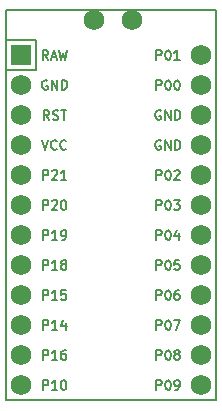
<source format=gbr>
%TF.GenerationSoftware,KiCad,Pcbnew,(6.0.5)*%
%TF.CreationDate,2022-05-07T21:13:44-04:00*%
%TF.ProjectId,main,6d61696e-2e6b-4696-9361-645f70636258,VERSION_HERE*%
%TF.SameCoordinates,Original*%
%TF.FileFunction,Legend,Top*%
%TF.FilePolarity,Positive*%
%FSLAX46Y46*%
G04 Gerber Fmt 4.6, Leading zero omitted, Abs format (unit mm)*
G04 Created by KiCad (PCBNEW (6.0.5)) date 2022-05-07 21:13:44*
%MOMM*%
%LPD*%
G01*
G04 APERTURE LIST*
%ADD10C,0.150000*%
%ADD11R,1.752600X1.752600*%
%ADD12C,1.752600*%
G04 APERTURE END LIST*
D10*
%TO.C,MCU1*%
X264887586Y-104381871D02*
X264620919Y-104000919D01*
X264430443Y-104381871D02*
X264430443Y-103581871D01*
X264735205Y-103581871D01*
X264811395Y-103619967D01*
X264849490Y-103658062D01*
X264887586Y-103734252D01*
X264887586Y-103848538D01*
X264849490Y-103924728D01*
X264811395Y-103962824D01*
X264735205Y-104000919D01*
X264430443Y-104000919D01*
X265192347Y-104153300D02*
X265573300Y-104153300D01*
X265116157Y-104381871D02*
X265382824Y-103581871D01*
X265649490Y-104381871D01*
X265839967Y-103581871D02*
X266030443Y-104381871D01*
X266182824Y-103810443D01*
X266335205Y-104381871D01*
X266525681Y-103581871D01*
X264830443Y-106159967D02*
X264754252Y-106121871D01*
X264639967Y-106121871D01*
X264525681Y-106159967D01*
X264449490Y-106236157D01*
X264411395Y-106312347D01*
X264373300Y-106464728D01*
X264373300Y-106579014D01*
X264411395Y-106731395D01*
X264449490Y-106807586D01*
X264525681Y-106883776D01*
X264639967Y-106921871D01*
X264716157Y-106921871D01*
X264830443Y-106883776D01*
X264868538Y-106845681D01*
X264868538Y-106579014D01*
X264716157Y-106579014D01*
X265211395Y-106921871D02*
X265211395Y-106121871D01*
X265668538Y-106921871D01*
X265668538Y-106121871D01*
X266049490Y-106921871D02*
X266049490Y-106121871D01*
X266239967Y-106121871D01*
X266354252Y-106159967D01*
X266430443Y-106236157D01*
X266468538Y-106312347D01*
X266506633Y-106464728D01*
X266506633Y-106579014D01*
X266468538Y-106731395D01*
X266430443Y-106807586D01*
X266354252Y-106883776D01*
X266239967Y-106921871D01*
X266049490Y-106921871D01*
X265001871Y-109461871D02*
X264735205Y-109080919D01*
X264544728Y-109461871D02*
X264544728Y-108661871D01*
X264849490Y-108661871D01*
X264925681Y-108699967D01*
X264963776Y-108738062D01*
X265001871Y-108814252D01*
X265001871Y-108928538D01*
X264963776Y-109004728D01*
X264925681Y-109042824D01*
X264849490Y-109080919D01*
X264544728Y-109080919D01*
X265306633Y-109423776D02*
X265420919Y-109461871D01*
X265611395Y-109461871D01*
X265687586Y-109423776D01*
X265725681Y-109385681D01*
X265763776Y-109309490D01*
X265763776Y-109233300D01*
X265725681Y-109157109D01*
X265687586Y-109119014D01*
X265611395Y-109080919D01*
X265459014Y-109042824D01*
X265382824Y-109004728D01*
X265344728Y-108966633D01*
X265306633Y-108890443D01*
X265306633Y-108814252D01*
X265344728Y-108738062D01*
X265382824Y-108699967D01*
X265459014Y-108661871D01*
X265649490Y-108661871D01*
X265763776Y-108699967D01*
X265992347Y-108661871D02*
X266449490Y-108661871D01*
X266220919Y-109461871D02*
X266220919Y-108661871D01*
X264373300Y-111201871D02*
X264639967Y-112001871D01*
X264906633Y-111201871D01*
X265630443Y-111925681D02*
X265592347Y-111963776D01*
X265478062Y-112001871D01*
X265401871Y-112001871D01*
X265287586Y-111963776D01*
X265211395Y-111887586D01*
X265173300Y-111811395D01*
X265135205Y-111659014D01*
X265135205Y-111544728D01*
X265173300Y-111392347D01*
X265211395Y-111316157D01*
X265287586Y-111239967D01*
X265401871Y-111201871D01*
X265478062Y-111201871D01*
X265592347Y-111239967D01*
X265630443Y-111278062D01*
X266430443Y-111925681D02*
X266392347Y-111963776D01*
X266278062Y-112001871D01*
X266201871Y-112001871D01*
X266087586Y-111963776D01*
X266011395Y-111887586D01*
X265973300Y-111811395D01*
X265935205Y-111659014D01*
X265935205Y-111544728D01*
X265973300Y-111392347D01*
X266011395Y-111316157D01*
X266087586Y-111239967D01*
X266201871Y-111201871D01*
X266278062Y-111201871D01*
X266392347Y-111239967D01*
X266430443Y-111278062D01*
X264468538Y-114541871D02*
X264468538Y-113741871D01*
X264773300Y-113741871D01*
X264849490Y-113779967D01*
X264887586Y-113818062D01*
X264925681Y-113894252D01*
X264925681Y-114008538D01*
X264887586Y-114084728D01*
X264849490Y-114122824D01*
X264773300Y-114160919D01*
X264468538Y-114160919D01*
X265230443Y-113818062D02*
X265268538Y-113779967D01*
X265344728Y-113741871D01*
X265535205Y-113741871D01*
X265611395Y-113779967D01*
X265649490Y-113818062D01*
X265687586Y-113894252D01*
X265687586Y-113970443D01*
X265649490Y-114084728D01*
X265192347Y-114541871D01*
X265687586Y-114541871D01*
X266449490Y-114541871D02*
X265992347Y-114541871D01*
X266220919Y-114541871D02*
X266220919Y-113741871D01*
X266144728Y-113856157D01*
X266068538Y-113932347D01*
X265992347Y-113970443D01*
X264468538Y-117081871D02*
X264468538Y-116281871D01*
X264773300Y-116281871D01*
X264849490Y-116319967D01*
X264887586Y-116358062D01*
X264925681Y-116434252D01*
X264925681Y-116548538D01*
X264887586Y-116624728D01*
X264849490Y-116662824D01*
X264773300Y-116700919D01*
X264468538Y-116700919D01*
X265230443Y-116358062D02*
X265268538Y-116319967D01*
X265344728Y-116281871D01*
X265535205Y-116281871D01*
X265611395Y-116319967D01*
X265649490Y-116358062D01*
X265687586Y-116434252D01*
X265687586Y-116510443D01*
X265649490Y-116624728D01*
X265192347Y-117081871D01*
X265687586Y-117081871D01*
X266182824Y-116281871D02*
X266259014Y-116281871D01*
X266335205Y-116319967D01*
X266373300Y-116358062D01*
X266411395Y-116434252D01*
X266449490Y-116586633D01*
X266449490Y-116777109D01*
X266411395Y-116929490D01*
X266373300Y-117005681D01*
X266335205Y-117043776D01*
X266259014Y-117081871D01*
X266182824Y-117081871D01*
X266106633Y-117043776D01*
X266068538Y-117005681D01*
X266030443Y-116929490D01*
X265992347Y-116777109D01*
X265992347Y-116586633D01*
X266030443Y-116434252D01*
X266068538Y-116358062D01*
X266106633Y-116319967D01*
X266182824Y-116281871D01*
X264468538Y-119621871D02*
X264468538Y-118821871D01*
X264773300Y-118821871D01*
X264849490Y-118859967D01*
X264887586Y-118898062D01*
X264925681Y-118974252D01*
X264925681Y-119088538D01*
X264887586Y-119164728D01*
X264849490Y-119202824D01*
X264773300Y-119240919D01*
X264468538Y-119240919D01*
X265687586Y-119621871D02*
X265230443Y-119621871D01*
X265459014Y-119621871D02*
X265459014Y-118821871D01*
X265382824Y-118936157D01*
X265306633Y-119012347D01*
X265230443Y-119050443D01*
X266068538Y-119621871D02*
X266220919Y-119621871D01*
X266297109Y-119583776D01*
X266335205Y-119545681D01*
X266411395Y-119431395D01*
X266449490Y-119279014D01*
X266449490Y-118974252D01*
X266411395Y-118898062D01*
X266373300Y-118859967D01*
X266297109Y-118821871D01*
X266144728Y-118821871D01*
X266068538Y-118859967D01*
X266030443Y-118898062D01*
X265992347Y-118974252D01*
X265992347Y-119164728D01*
X266030443Y-119240919D01*
X266068538Y-119279014D01*
X266144728Y-119317109D01*
X266297109Y-119317109D01*
X266373300Y-119279014D01*
X266411395Y-119240919D01*
X266449490Y-119164728D01*
X264468538Y-122161871D02*
X264468538Y-121361871D01*
X264773300Y-121361871D01*
X264849490Y-121399967D01*
X264887586Y-121438062D01*
X264925681Y-121514252D01*
X264925681Y-121628538D01*
X264887586Y-121704728D01*
X264849490Y-121742824D01*
X264773300Y-121780919D01*
X264468538Y-121780919D01*
X265687586Y-122161871D02*
X265230443Y-122161871D01*
X265459014Y-122161871D02*
X265459014Y-121361871D01*
X265382824Y-121476157D01*
X265306633Y-121552347D01*
X265230443Y-121590443D01*
X266144728Y-121704728D02*
X266068538Y-121666633D01*
X266030443Y-121628538D01*
X265992347Y-121552347D01*
X265992347Y-121514252D01*
X266030443Y-121438062D01*
X266068538Y-121399967D01*
X266144728Y-121361871D01*
X266297109Y-121361871D01*
X266373300Y-121399967D01*
X266411395Y-121438062D01*
X266449490Y-121514252D01*
X266449490Y-121552347D01*
X266411395Y-121628538D01*
X266373300Y-121666633D01*
X266297109Y-121704728D01*
X266144728Y-121704728D01*
X266068538Y-121742824D01*
X266030443Y-121780919D01*
X265992347Y-121857109D01*
X265992347Y-122009490D01*
X266030443Y-122085681D01*
X266068538Y-122123776D01*
X266144728Y-122161871D01*
X266297109Y-122161871D01*
X266373300Y-122123776D01*
X266411395Y-122085681D01*
X266449490Y-122009490D01*
X266449490Y-121857109D01*
X266411395Y-121780919D01*
X266373300Y-121742824D01*
X266297109Y-121704728D01*
X264468538Y-124701871D02*
X264468538Y-123901871D01*
X264773300Y-123901871D01*
X264849490Y-123939967D01*
X264887586Y-123978062D01*
X264925681Y-124054252D01*
X264925681Y-124168538D01*
X264887586Y-124244728D01*
X264849490Y-124282824D01*
X264773300Y-124320919D01*
X264468538Y-124320919D01*
X265687586Y-124701871D02*
X265230443Y-124701871D01*
X265459014Y-124701871D02*
X265459014Y-123901871D01*
X265382824Y-124016157D01*
X265306633Y-124092347D01*
X265230443Y-124130443D01*
X266411395Y-123901871D02*
X266030443Y-123901871D01*
X265992347Y-124282824D01*
X266030443Y-124244728D01*
X266106633Y-124206633D01*
X266297109Y-124206633D01*
X266373300Y-124244728D01*
X266411395Y-124282824D01*
X266449490Y-124359014D01*
X266449490Y-124549490D01*
X266411395Y-124625681D01*
X266373300Y-124663776D01*
X266297109Y-124701871D01*
X266106633Y-124701871D01*
X266030443Y-124663776D01*
X265992347Y-124625681D01*
X264468538Y-127241871D02*
X264468538Y-126441871D01*
X264773300Y-126441871D01*
X264849490Y-126479967D01*
X264887586Y-126518062D01*
X264925681Y-126594252D01*
X264925681Y-126708538D01*
X264887586Y-126784728D01*
X264849490Y-126822824D01*
X264773300Y-126860919D01*
X264468538Y-126860919D01*
X265687586Y-127241871D02*
X265230443Y-127241871D01*
X265459014Y-127241871D02*
X265459014Y-126441871D01*
X265382824Y-126556157D01*
X265306633Y-126632347D01*
X265230443Y-126670443D01*
X266373300Y-126708538D02*
X266373300Y-127241871D01*
X266182824Y-126403776D02*
X265992347Y-126975205D01*
X266487586Y-126975205D01*
X264468538Y-129781871D02*
X264468538Y-128981871D01*
X264773300Y-128981871D01*
X264849490Y-129019967D01*
X264887586Y-129058062D01*
X264925681Y-129134252D01*
X264925681Y-129248538D01*
X264887586Y-129324728D01*
X264849490Y-129362824D01*
X264773300Y-129400919D01*
X264468538Y-129400919D01*
X265687586Y-129781871D02*
X265230443Y-129781871D01*
X265459014Y-129781871D02*
X265459014Y-128981871D01*
X265382824Y-129096157D01*
X265306633Y-129172347D01*
X265230443Y-129210443D01*
X266373300Y-128981871D02*
X266220919Y-128981871D01*
X266144728Y-129019967D01*
X266106633Y-129058062D01*
X266030443Y-129172347D01*
X265992347Y-129324728D01*
X265992347Y-129629490D01*
X266030443Y-129705681D01*
X266068538Y-129743776D01*
X266144728Y-129781871D01*
X266297109Y-129781871D01*
X266373300Y-129743776D01*
X266411395Y-129705681D01*
X266449490Y-129629490D01*
X266449490Y-129439014D01*
X266411395Y-129362824D01*
X266373300Y-129324728D01*
X266297109Y-129286633D01*
X266144728Y-129286633D01*
X266068538Y-129324728D01*
X266030443Y-129362824D01*
X265992347Y-129439014D01*
X264468538Y-132321871D02*
X264468538Y-131521871D01*
X264773300Y-131521871D01*
X264849490Y-131559967D01*
X264887586Y-131598062D01*
X264925681Y-131674252D01*
X264925681Y-131788538D01*
X264887586Y-131864728D01*
X264849490Y-131902824D01*
X264773300Y-131940919D01*
X264468538Y-131940919D01*
X265687586Y-132321871D02*
X265230443Y-132321871D01*
X265459014Y-132321871D02*
X265459014Y-131521871D01*
X265382824Y-131636157D01*
X265306633Y-131712347D01*
X265230443Y-131750443D01*
X266182824Y-131521871D02*
X266259014Y-131521871D01*
X266335205Y-131559967D01*
X266373300Y-131598062D01*
X266411395Y-131674252D01*
X266449490Y-131826633D01*
X266449490Y-132017109D01*
X266411395Y-132169490D01*
X266373300Y-132245681D01*
X266335205Y-132283776D01*
X266259014Y-132321871D01*
X266182824Y-132321871D01*
X266106633Y-132283776D01*
X266068538Y-132245681D01*
X266030443Y-132169490D01*
X265992347Y-132017109D01*
X265992347Y-131826633D01*
X266030443Y-131674252D01*
X266068538Y-131598062D01*
X266106633Y-131559967D01*
X266182824Y-131521871D01*
X274068538Y-104381871D02*
X274068538Y-103581871D01*
X274373300Y-103581871D01*
X274449490Y-103619967D01*
X274487586Y-103658062D01*
X274525681Y-103734252D01*
X274525681Y-103848538D01*
X274487586Y-103924728D01*
X274449490Y-103962824D01*
X274373300Y-104000919D01*
X274068538Y-104000919D01*
X275020919Y-103581871D02*
X275097109Y-103581871D01*
X275173300Y-103619967D01*
X275211395Y-103658062D01*
X275249490Y-103734252D01*
X275287586Y-103886633D01*
X275287586Y-104077109D01*
X275249490Y-104229490D01*
X275211395Y-104305681D01*
X275173300Y-104343776D01*
X275097109Y-104381871D01*
X275020919Y-104381871D01*
X274944728Y-104343776D01*
X274906633Y-104305681D01*
X274868538Y-104229490D01*
X274830443Y-104077109D01*
X274830443Y-103886633D01*
X274868538Y-103734252D01*
X274906633Y-103658062D01*
X274944728Y-103619967D01*
X275020919Y-103581871D01*
X276049490Y-104381871D02*
X275592347Y-104381871D01*
X275820919Y-104381871D02*
X275820919Y-103581871D01*
X275744728Y-103696157D01*
X275668538Y-103772347D01*
X275592347Y-103810443D01*
X274068538Y-106921871D02*
X274068538Y-106121871D01*
X274373300Y-106121871D01*
X274449490Y-106159967D01*
X274487586Y-106198062D01*
X274525681Y-106274252D01*
X274525681Y-106388538D01*
X274487586Y-106464728D01*
X274449490Y-106502824D01*
X274373300Y-106540919D01*
X274068538Y-106540919D01*
X275020919Y-106121871D02*
X275097109Y-106121871D01*
X275173300Y-106159967D01*
X275211395Y-106198062D01*
X275249490Y-106274252D01*
X275287586Y-106426633D01*
X275287586Y-106617109D01*
X275249490Y-106769490D01*
X275211395Y-106845681D01*
X275173300Y-106883776D01*
X275097109Y-106921871D01*
X275020919Y-106921871D01*
X274944728Y-106883776D01*
X274906633Y-106845681D01*
X274868538Y-106769490D01*
X274830443Y-106617109D01*
X274830443Y-106426633D01*
X274868538Y-106274252D01*
X274906633Y-106198062D01*
X274944728Y-106159967D01*
X275020919Y-106121871D01*
X275782824Y-106121871D02*
X275859014Y-106121871D01*
X275935205Y-106159967D01*
X275973300Y-106198062D01*
X276011395Y-106274252D01*
X276049490Y-106426633D01*
X276049490Y-106617109D01*
X276011395Y-106769490D01*
X275973300Y-106845681D01*
X275935205Y-106883776D01*
X275859014Y-106921871D01*
X275782824Y-106921871D01*
X275706633Y-106883776D01*
X275668538Y-106845681D01*
X275630443Y-106769490D01*
X275592347Y-106617109D01*
X275592347Y-106426633D01*
X275630443Y-106274252D01*
X275668538Y-106198062D01*
X275706633Y-106159967D01*
X275782824Y-106121871D01*
X274430443Y-108699967D02*
X274354252Y-108661871D01*
X274239967Y-108661871D01*
X274125681Y-108699967D01*
X274049490Y-108776157D01*
X274011395Y-108852347D01*
X273973300Y-109004728D01*
X273973300Y-109119014D01*
X274011395Y-109271395D01*
X274049490Y-109347586D01*
X274125681Y-109423776D01*
X274239967Y-109461871D01*
X274316157Y-109461871D01*
X274430443Y-109423776D01*
X274468538Y-109385681D01*
X274468538Y-109119014D01*
X274316157Y-109119014D01*
X274811395Y-109461871D02*
X274811395Y-108661871D01*
X275268538Y-109461871D01*
X275268538Y-108661871D01*
X275649490Y-109461871D02*
X275649490Y-108661871D01*
X275839967Y-108661871D01*
X275954252Y-108699967D01*
X276030443Y-108776157D01*
X276068538Y-108852347D01*
X276106633Y-109004728D01*
X276106633Y-109119014D01*
X276068538Y-109271395D01*
X276030443Y-109347586D01*
X275954252Y-109423776D01*
X275839967Y-109461871D01*
X275649490Y-109461871D01*
X274430443Y-111239967D02*
X274354252Y-111201871D01*
X274239967Y-111201871D01*
X274125681Y-111239967D01*
X274049490Y-111316157D01*
X274011395Y-111392347D01*
X273973300Y-111544728D01*
X273973300Y-111659014D01*
X274011395Y-111811395D01*
X274049490Y-111887586D01*
X274125681Y-111963776D01*
X274239967Y-112001871D01*
X274316157Y-112001871D01*
X274430443Y-111963776D01*
X274468538Y-111925681D01*
X274468538Y-111659014D01*
X274316157Y-111659014D01*
X274811395Y-112001871D02*
X274811395Y-111201871D01*
X275268538Y-112001871D01*
X275268538Y-111201871D01*
X275649490Y-112001871D02*
X275649490Y-111201871D01*
X275839967Y-111201871D01*
X275954252Y-111239967D01*
X276030443Y-111316157D01*
X276068538Y-111392347D01*
X276106633Y-111544728D01*
X276106633Y-111659014D01*
X276068538Y-111811395D01*
X276030443Y-111887586D01*
X275954252Y-111963776D01*
X275839967Y-112001871D01*
X275649490Y-112001871D01*
X274068538Y-114541871D02*
X274068538Y-113741871D01*
X274373300Y-113741871D01*
X274449490Y-113779967D01*
X274487586Y-113818062D01*
X274525681Y-113894252D01*
X274525681Y-114008538D01*
X274487586Y-114084728D01*
X274449490Y-114122824D01*
X274373300Y-114160919D01*
X274068538Y-114160919D01*
X275020919Y-113741871D02*
X275097109Y-113741871D01*
X275173300Y-113779967D01*
X275211395Y-113818062D01*
X275249490Y-113894252D01*
X275287586Y-114046633D01*
X275287586Y-114237109D01*
X275249490Y-114389490D01*
X275211395Y-114465681D01*
X275173300Y-114503776D01*
X275097109Y-114541871D01*
X275020919Y-114541871D01*
X274944728Y-114503776D01*
X274906633Y-114465681D01*
X274868538Y-114389490D01*
X274830443Y-114237109D01*
X274830443Y-114046633D01*
X274868538Y-113894252D01*
X274906633Y-113818062D01*
X274944728Y-113779967D01*
X275020919Y-113741871D01*
X275592347Y-113818062D02*
X275630443Y-113779967D01*
X275706633Y-113741871D01*
X275897109Y-113741871D01*
X275973300Y-113779967D01*
X276011395Y-113818062D01*
X276049490Y-113894252D01*
X276049490Y-113970443D01*
X276011395Y-114084728D01*
X275554252Y-114541871D01*
X276049490Y-114541871D01*
X274068538Y-117081871D02*
X274068538Y-116281871D01*
X274373300Y-116281871D01*
X274449490Y-116319967D01*
X274487586Y-116358062D01*
X274525681Y-116434252D01*
X274525681Y-116548538D01*
X274487586Y-116624728D01*
X274449490Y-116662824D01*
X274373300Y-116700919D01*
X274068538Y-116700919D01*
X275020919Y-116281871D02*
X275097109Y-116281871D01*
X275173300Y-116319967D01*
X275211395Y-116358062D01*
X275249490Y-116434252D01*
X275287586Y-116586633D01*
X275287586Y-116777109D01*
X275249490Y-116929490D01*
X275211395Y-117005681D01*
X275173300Y-117043776D01*
X275097109Y-117081871D01*
X275020919Y-117081871D01*
X274944728Y-117043776D01*
X274906633Y-117005681D01*
X274868538Y-116929490D01*
X274830443Y-116777109D01*
X274830443Y-116586633D01*
X274868538Y-116434252D01*
X274906633Y-116358062D01*
X274944728Y-116319967D01*
X275020919Y-116281871D01*
X275554252Y-116281871D02*
X276049490Y-116281871D01*
X275782824Y-116586633D01*
X275897109Y-116586633D01*
X275973300Y-116624728D01*
X276011395Y-116662824D01*
X276049490Y-116739014D01*
X276049490Y-116929490D01*
X276011395Y-117005681D01*
X275973300Y-117043776D01*
X275897109Y-117081871D01*
X275668538Y-117081871D01*
X275592347Y-117043776D01*
X275554252Y-117005681D01*
X274068538Y-119621871D02*
X274068538Y-118821871D01*
X274373300Y-118821871D01*
X274449490Y-118859967D01*
X274487586Y-118898062D01*
X274525681Y-118974252D01*
X274525681Y-119088538D01*
X274487586Y-119164728D01*
X274449490Y-119202824D01*
X274373300Y-119240919D01*
X274068538Y-119240919D01*
X275020919Y-118821871D02*
X275097109Y-118821871D01*
X275173300Y-118859967D01*
X275211395Y-118898062D01*
X275249490Y-118974252D01*
X275287586Y-119126633D01*
X275287586Y-119317109D01*
X275249490Y-119469490D01*
X275211395Y-119545681D01*
X275173300Y-119583776D01*
X275097109Y-119621871D01*
X275020919Y-119621871D01*
X274944728Y-119583776D01*
X274906633Y-119545681D01*
X274868538Y-119469490D01*
X274830443Y-119317109D01*
X274830443Y-119126633D01*
X274868538Y-118974252D01*
X274906633Y-118898062D01*
X274944728Y-118859967D01*
X275020919Y-118821871D01*
X275973300Y-119088538D02*
X275973300Y-119621871D01*
X275782824Y-118783776D02*
X275592347Y-119355205D01*
X276087586Y-119355205D01*
X274068538Y-122161871D02*
X274068538Y-121361871D01*
X274373300Y-121361871D01*
X274449490Y-121399967D01*
X274487586Y-121438062D01*
X274525681Y-121514252D01*
X274525681Y-121628538D01*
X274487586Y-121704728D01*
X274449490Y-121742824D01*
X274373300Y-121780919D01*
X274068538Y-121780919D01*
X275020919Y-121361871D02*
X275097109Y-121361871D01*
X275173300Y-121399967D01*
X275211395Y-121438062D01*
X275249490Y-121514252D01*
X275287586Y-121666633D01*
X275287586Y-121857109D01*
X275249490Y-122009490D01*
X275211395Y-122085681D01*
X275173300Y-122123776D01*
X275097109Y-122161871D01*
X275020919Y-122161871D01*
X274944728Y-122123776D01*
X274906633Y-122085681D01*
X274868538Y-122009490D01*
X274830443Y-121857109D01*
X274830443Y-121666633D01*
X274868538Y-121514252D01*
X274906633Y-121438062D01*
X274944728Y-121399967D01*
X275020919Y-121361871D01*
X276011395Y-121361871D02*
X275630443Y-121361871D01*
X275592347Y-121742824D01*
X275630443Y-121704728D01*
X275706633Y-121666633D01*
X275897109Y-121666633D01*
X275973300Y-121704728D01*
X276011395Y-121742824D01*
X276049490Y-121819014D01*
X276049490Y-122009490D01*
X276011395Y-122085681D01*
X275973300Y-122123776D01*
X275897109Y-122161871D01*
X275706633Y-122161871D01*
X275630443Y-122123776D01*
X275592347Y-122085681D01*
X274068538Y-124701871D02*
X274068538Y-123901871D01*
X274373300Y-123901871D01*
X274449490Y-123939967D01*
X274487586Y-123978062D01*
X274525681Y-124054252D01*
X274525681Y-124168538D01*
X274487586Y-124244728D01*
X274449490Y-124282824D01*
X274373300Y-124320919D01*
X274068538Y-124320919D01*
X275020919Y-123901871D02*
X275097109Y-123901871D01*
X275173300Y-123939967D01*
X275211395Y-123978062D01*
X275249490Y-124054252D01*
X275287586Y-124206633D01*
X275287586Y-124397109D01*
X275249490Y-124549490D01*
X275211395Y-124625681D01*
X275173300Y-124663776D01*
X275097109Y-124701871D01*
X275020919Y-124701871D01*
X274944728Y-124663776D01*
X274906633Y-124625681D01*
X274868538Y-124549490D01*
X274830443Y-124397109D01*
X274830443Y-124206633D01*
X274868538Y-124054252D01*
X274906633Y-123978062D01*
X274944728Y-123939967D01*
X275020919Y-123901871D01*
X275973300Y-123901871D02*
X275820919Y-123901871D01*
X275744728Y-123939967D01*
X275706633Y-123978062D01*
X275630443Y-124092347D01*
X275592347Y-124244728D01*
X275592347Y-124549490D01*
X275630443Y-124625681D01*
X275668538Y-124663776D01*
X275744728Y-124701871D01*
X275897109Y-124701871D01*
X275973300Y-124663776D01*
X276011395Y-124625681D01*
X276049490Y-124549490D01*
X276049490Y-124359014D01*
X276011395Y-124282824D01*
X275973300Y-124244728D01*
X275897109Y-124206633D01*
X275744728Y-124206633D01*
X275668538Y-124244728D01*
X275630443Y-124282824D01*
X275592347Y-124359014D01*
X274068538Y-127241871D02*
X274068538Y-126441871D01*
X274373300Y-126441871D01*
X274449490Y-126479967D01*
X274487586Y-126518062D01*
X274525681Y-126594252D01*
X274525681Y-126708538D01*
X274487586Y-126784728D01*
X274449490Y-126822824D01*
X274373300Y-126860919D01*
X274068538Y-126860919D01*
X275020919Y-126441871D02*
X275097109Y-126441871D01*
X275173300Y-126479967D01*
X275211395Y-126518062D01*
X275249490Y-126594252D01*
X275287586Y-126746633D01*
X275287586Y-126937109D01*
X275249490Y-127089490D01*
X275211395Y-127165681D01*
X275173300Y-127203776D01*
X275097109Y-127241871D01*
X275020919Y-127241871D01*
X274944728Y-127203776D01*
X274906633Y-127165681D01*
X274868538Y-127089490D01*
X274830443Y-126937109D01*
X274830443Y-126746633D01*
X274868538Y-126594252D01*
X274906633Y-126518062D01*
X274944728Y-126479967D01*
X275020919Y-126441871D01*
X275554252Y-126441871D02*
X276087586Y-126441871D01*
X275744728Y-127241871D01*
X274068538Y-129781871D02*
X274068538Y-128981871D01*
X274373300Y-128981871D01*
X274449490Y-129019967D01*
X274487586Y-129058062D01*
X274525681Y-129134252D01*
X274525681Y-129248538D01*
X274487586Y-129324728D01*
X274449490Y-129362824D01*
X274373300Y-129400919D01*
X274068538Y-129400919D01*
X275020919Y-128981871D02*
X275097109Y-128981871D01*
X275173300Y-129019967D01*
X275211395Y-129058062D01*
X275249490Y-129134252D01*
X275287586Y-129286633D01*
X275287586Y-129477109D01*
X275249490Y-129629490D01*
X275211395Y-129705681D01*
X275173300Y-129743776D01*
X275097109Y-129781871D01*
X275020919Y-129781871D01*
X274944728Y-129743776D01*
X274906633Y-129705681D01*
X274868538Y-129629490D01*
X274830443Y-129477109D01*
X274830443Y-129286633D01*
X274868538Y-129134252D01*
X274906633Y-129058062D01*
X274944728Y-129019967D01*
X275020919Y-128981871D01*
X275744728Y-129324728D02*
X275668538Y-129286633D01*
X275630443Y-129248538D01*
X275592347Y-129172347D01*
X275592347Y-129134252D01*
X275630443Y-129058062D01*
X275668538Y-129019967D01*
X275744728Y-128981871D01*
X275897109Y-128981871D01*
X275973300Y-129019967D01*
X276011395Y-129058062D01*
X276049490Y-129134252D01*
X276049490Y-129172347D01*
X276011395Y-129248538D01*
X275973300Y-129286633D01*
X275897109Y-129324728D01*
X275744728Y-129324728D01*
X275668538Y-129362824D01*
X275630443Y-129400919D01*
X275592347Y-129477109D01*
X275592347Y-129629490D01*
X275630443Y-129705681D01*
X275668538Y-129743776D01*
X275744728Y-129781871D01*
X275897109Y-129781871D01*
X275973300Y-129743776D01*
X276011395Y-129705681D01*
X276049490Y-129629490D01*
X276049490Y-129477109D01*
X276011395Y-129400919D01*
X275973300Y-129362824D01*
X275897109Y-129324728D01*
X274068538Y-132321871D02*
X274068538Y-131521871D01*
X274373300Y-131521871D01*
X274449490Y-131559967D01*
X274487586Y-131598062D01*
X274525681Y-131674252D01*
X274525681Y-131788538D01*
X274487586Y-131864728D01*
X274449490Y-131902824D01*
X274373300Y-131940919D01*
X274068538Y-131940919D01*
X275020919Y-131521871D02*
X275097109Y-131521871D01*
X275173300Y-131559967D01*
X275211395Y-131598062D01*
X275249490Y-131674252D01*
X275287586Y-131826633D01*
X275287586Y-132017109D01*
X275249490Y-132169490D01*
X275211395Y-132245681D01*
X275173300Y-132283776D01*
X275097109Y-132321871D01*
X275020919Y-132321871D01*
X274944728Y-132283776D01*
X274906633Y-132245681D01*
X274868538Y-132169490D01*
X274830443Y-132017109D01*
X274830443Y-131826633D01*
X274868538Y-131674252D01*
X274906633Y-131598062D01*
X274944728Y-131559967D01*
X275020919Y-131521871D01*
X275668538Y-132321871D02*
X275820919Y-132321871D01*
X275897109Y-132283776D01*
X275935205Y-132245681D01*
X276011395Y-132131395D01*
X276049490Y-131979014D01*
X276049490Y-131674252D01*
X276011395Y-131598062D01*
X275973300Y-131559967D01*
X275897109Y-131521871D01*
X275744728Y-131521871D01*
X275668538Y-131559967D01*
X275630443Y-131598062D01*
X275592347Y-131674252D01*
X275592347Y-131864728D01*
X275630443Y-131940919D01*
X275668538Y-131979014D01*
X275744728Y-132017109D01*
X275897109Y-132017109D01*
X275973300Y-131979014D01*
X276011395Y-131940919D01*
X276049490Y-131864728D01*
%TO.C,*%
%TO.C,MCU1*%
X261349967Y-100209967D02*
X261349967Y-133229967D01*
X261349967Y-133229967D02*
X279129967Y-133229967D01*
X279129967Y-133229967D02*
X279129967Y-100209967D01*
X279129967Y-100209967D02*
X261349967Y-100209967D01*
X263889967Y-102749967D02*
X263889967Y-105289967D01*
X263889967Y-102749967D02*
X261349967Y-102749967D01*
X263889967Y-105289967D02*
X261349967Y-105289967D01*
%TD*%
D11*
%TO.C,MCU1*%
X262619967Y-104019967D03*
D12*
X262619967Y-106559967D03*
X262619967Y-109099967D03*
X262619967Y-111639967D03*
X262619967Y-114179967D03*
X262619967Y-116719967D03*
X262619967Y-119259967D03*
X262619967Y-121799967D03*
X262619967Y-124339967D03*
X262619967Y-126879967D03*
X262619967Y-129419967D03*
X262619967Y-131959967D03*
X277859967Y-104019967D03*
X277859967Y-106559967D03*
X277859967Y-109099967D03*
X277859967Y-111639967D03*
X277859967Y-114179967D03*
X277859967Y-116719967D03*
X277859967Y-119259967D03*
X277859967Y-121799967D03*
X277859967Y-124339967D03*
X277859967Y-126879967D03*
X277859967Y-129419967D03*
X277859967Y-131959967D03*
%TD*%
%TO.C,*%
X272000000Y-101000000D03*
X268760000Y-101000000D03*
%TD*%
M02*

</source>
